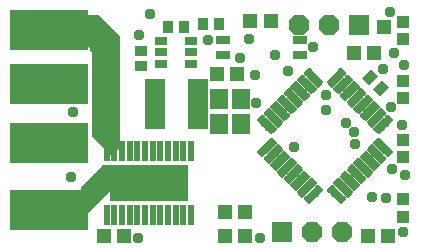
<source format=gbr>
G04 EAGLE Gerber RS-274X export*
G75*
%MOMM*%
%FSLAX34Y34*%
%LPD*%
%INSoldermask Top*%
%IPPOS*%
%AMOC8*
5,1,8,0,0,1.08239X$1,22.5*%
G01*
%ADD10R,1.203200X0.703200*%
%ADD11C,0.338938*%
%ADD12R,1.701800X4.191000*%
%ADD13R,1.099300X0.720400*%
%ADD14R,1.727200X1.727200*%
%ADD15P,1.869504X8X22.500000*%
%ADD16R,1.203200X1.303200*%
%ADD17R,1.003200X1.003200*%
%ADD18R,1.103200X0.903200*%
%ADD19R,0.903200X1.103200*%
%ADD20P,1.869504X8X202.500000*%
%ADD21R,6.654800X3.454400*%
%ADD22R,1.303200X1.203200*%
%ADD23R,1.203200X1.203200*%
%ADD24R,1.503200X1.703200*%
%ADD25R,0.558000X1.658100*%
%ADD26R,6.705600X3.073400*%
%ADD27C,0.959600*%

G36*
X104090Y83251D02*
X104090Y83251D01*
X104142Y83252D01*
X104210Y83277D01*
X104280Y83292D01*
X104324Y83319D01*
X104373Y83337D01*
X104429Y83382D01*
X104491Y83418D01*
X104525Y83458D01*
X104565Y83490D01*
X104604Y83551D01*
X104651Y83605D01*
X104670Y83653D01*
X104698Y83697D01*
X104716Y83767D01*
X104743Y83833D01*
X104751Y83905D01*
X104759Y83936D01*
X104757Y83959D01*
X104761Y84000D01*
X104761Y85685D01*
X110538Y91462D01*
X110591Y91536D01*
X110651Y91605D01*
X110663Y91635D01*
X110682Y91661D01*
X110709Y91748D01*
X110743Y91833D01*
X110747Y91874D01*
X110754Y91897D01*
X110753Y91929D01*
X110761Y92000D01*
X110761Y185000D01*
X110747Y185090D01*
X110739Y185181D01*
X110727Y185211D01*
X110722Y185243D01*
X110679Y185323D01*
X110643Y185407D01*
X110617Y185439D01*
X110606Y185460D01*
X110583Y185482D01*
X110538Y185538D01*
X93538Y202538D01*
X93464Y202591D01*
X93395Y202651D01*
X93365Y202663D01*
X93339Y202682D01*
X93252Y202709D01*
X93167Y202743D01*
X93126Y202747D01*
X93103Y202754D01*
X93071Y202753D01*
X93000Y202761D01*
X84000Y202761D01*
X83980Y202758D01*
X83961Y202760D01*
X83859Y202738D01*
X83757Y202722D01*
X83740Y202712D01*
X83720Y202708D01*
X83631Y202655D01*
X83540Y202606D01*
X83526Y202592D01*
X83509Y202582D01*
X83442Y202503D01*
X83371Y202428D01*
X83362Y202410D01*
X83349Y202395D01*
X83310Y202299D01*
X83267Y202205D01*
X83265Y202185D01*
X83257Y202167D01*
X83239Y202000D01*
X83239Y179315D01*
X82462Y178538D01*
X82450Y178522D01*
X82435Y178510D01*
X82378Y178422D01*
X82318Y178339D01*
X82312Y178320D01*
X82302Y178303D01*
X82276Y178202D01*
X82246Y178103D01*
X82246Y178084D01*
X82241Y178064D01*
X82250Y177961D01*
X82252Y177858D01*
X82259Y177839D01*
X82261Y177819D01*
X82301Y177724D01*
X82337Y177627D01*
X82349Y177611D01*
X82357Y177593D01*
X82462Y177462D01*
X85239Y174685D01*
X85239Y174000D01*
X85254Y173910D01*
X85261Y173819D01*
X85273Y173789D01*
X85279Y173757D01*
X85321Y173677D01*
X85357Y173593D01*
X85383Y173561D01*
X85394Y173540D01*
X85417Y173518D01*
X85462Y173462D01*
X87239Y171685D01*
X87239Y100000D01*
X87254Y99910D01*
X87261Y99819D01*
X87273Y99789D01*
X87279Y99757D01*
X87321Y99677D01*
X87357Y99593D01*
X87383Y99561D01*
X87394Y99540D01*
X87417Y99518D01*
X87424Y99509D01*
X87432Y99495D01*
X87441Y99488D01*
X87462Y99462D01*
X103462Y83462D01*
X103520Y83420D01*
X103572Y83371D01*
X103619Y83349D01*
X103661Y83318D01*
X103730Y83297D01*
X103795Y83267D01*
X103847Y83261D01*
X103897Y83246D01*
X103968Y83248D01*
X104039Y83240D01*
X104090Y83251D01*
G37*
G36*
X81110Y33255D02*
X81110Y33255D01*
X81181Y33261D01*
X81229Y33281D01*
X81280Y33292D01*
X81341Y33329D01*
X81407Y33357D01*
X81463Y33402D01*
X81491Y33418D01*
X81506Y33436D01*
X81538Y33462D01*
X111538Y63462D01*
X111591Y63536D01*
X111651Y63605D01*
X111663Y63635D01*
X111682Y63661D01*
X111709Y63748D01*
X111743Y63833D01*
X111747Y63874D01*
X111754Y63897D01*
X111753Y63929D01*
X111761Y64000D01*
X111761Y74000D01*
X111747Y74090D01*
X111739Y74181D01*
X111727Y74211D01*
X111722Y74243D01*
X111679Y74323D01*
X111643Y74407D01*
X111617Y74439D01*
X111606Y74460D01*
X111583Y74482D01*
X111538Y74538D01*
X110538Y75538D01*
X110464Y75591D01*
X110395Y75651D01*
X110365Y75663D01*
X110339Y75682D01*
X110252Y75709D01*
X110167Y75743D01*
X110126Y75747D01*
X110103Y75754D01*
X110071Y75753D01*
X110000Y75761D01*
X96000Y75761D01*
X95910Y75747D01*
X95819Y75739D01*
X95789Y75727D01*
X95757Y75722D01*
X95677Y75679D01*
X95593Y75643D01*
X95561Y75617D01*
X95540Y75606D01*
X95518Y75583D01*
X95462Y75538D01*
X77462Y57538D01*
X77409Y57464D01*
X77349Y57395D01*
X77337Y57365D01*
X77318Y57339D01*
X77291Y57252D01*
X77257Y57167D01*
X77253Y57126D01*
X77246Y57103D01*
X77247Y57071D01*
X77239Y57000D01*
X77239Y55000D01*
X77254Y54910D01*
X77261Y54819D01*
X77273Y54789D01*
X77279Y54757D01*
X77321Y54677D01*
X77357Y54593D01*
X77383Y54561D01*
X77394Y54540D01*
X77417Y54518D01*
X77462Y54462D01*
X80239Y51685D01*
X80239Y34000D01*
X80250Y33929D01*
X80252Y33858D01*
X80270Y33809D01*
X80279Y33757D01*
X80312Y33694D01*
X80337Y33627D01*
X80369Y33586D01*
X80394Y33540D01*
X80445Y33491D01*
X80490Y33435D01*
X80534Y33406D01*
X80572Y33371D01*
X80637Y33340D01*
X80697Y33302D01*
X80748Y33289D01*
X80795Y33267D01*
X80866Y33259D01*
X80936Y33241D01*
X80988Y33246D01*
X81039Y33240D01*
X81110Y33255D01*
G37*
D10*
X263000Y168850D03*
X263000Y181550D03*
X198200Y181550D03*
X198200Y168850D03*
D11*
X241486Y94554D02*
X231132Y84200D01*
X228202Y87130D01*
X238556Y97484D01*
X241486Y94554D01*
X234352Y87420D02*
X228492Y87420D01*
X231712Y90640D02*
X237572Y90640D01*
X234932Y93860D02*
X240792Y93860D01*
X238960Y97080D02*
X238152Y97080D01*
X247143Y88897D02*
X236789Y78543D01*
X233859Y81473D01*
X244213Y91827D01*
X247143Y88897D01*
X240009Y81763D02*
X234149Y81763D01*
X237369Y84983D02*
X243229Y84983D01*
X240589Y88203D02*
X246449Y88203D01*
X244617Y91423D02*
X243809Y91423D01*
X252800Y83240D02*
X242446Y72886D01*
X239516Y75816D01*
X249870Y86170D01*
X252800Y83240D01*
X245666Y76106D02*
X239806Y76106D01*
X243026Y79326D02*
X248886Y79326D01*
X246246Y82546D02*
X252106Y82546D01*
X250274Y85766D02*
X249466Y85766D01*
X258457Y77583D02*
X248103Y67229D01*
X245173Y70159D01*
X255527Y80513D01*
X258457Y77583D01*
X251323Y70449D02*
X245463Y70449D01*
X248683Y73669D02*
X254543Y73669D01*
X251903Y76889D02*
X257763Y76889D01*
X255931Y80109D02*
X255123Y80109D01*
X264113Y71927D02*
X253759Y61573D01*
X250829Y64503D01*
X261183Y74857D01*
X264113Y71927D01*
X256979Y64793D02*
X251119Y64793D01*
X254339Y68013D02*
X260199Y68013D01*
X257559Y71233D02*
X263419Y71233D01*
X261587Y74453D02*
X260779Y74453D01*
X269770Y66270D02*
X259416Y55916D01*
X256486Y58846D01*
X266840Y69200D01*
X269770Y66270D01*
X262636Y59136D02*
X256776Y59136D01*
X259996Y62356D02*
X265856Y62356D01*
X263216Y65576D02*
X269076Y65576D01*
X267244Y68796D02*
X266436Y68796D01*
X275427Y60613D02*
X265073Y50259D01*
X262143Y53189D01*
X272497Y63543D01*
X275427Y60613D01*
X268293Y53479D02*
X262433Y53479D01*
X265653Y56699D02*
X271513Y56699D01*
X268873Y59919D02*
X274733Y59919D01*
X272901Y63139D02*
X272093Y63139D01*
X281084Y54956D02*
X270730Y44602D01*
X267800Y47532D01*
X278154Y57886D01*
X281084Y54956D01*
X273950Y47822D02*
X268090Y47822D01*
X271310Y51042D02*
X277170Y51042D01*
X274530Y54262D02*
X280390Y54262D01*
X278558Y57482D02*
X277750Y57482D01*
X329844Y103716D02*
X340198Y114070D01*
X329844Y103716D02*
X326914Y106646D01*
X337268Y117000D01*
X340198Y114070D01*
X333064Y106936D02*
X327204Y106936D01*
X330424Y110156D02*
X336284Y110156D01*
X333644Y113376D02*
X339504Y113376D01*
X337672Y116596D02*
X336864Y116596D01*
X334541Y119727D02*
X324187Y109373D01*
X321257Y112303D01*
X331611Y122657D01*
X334541Y119727D01*
X327407Y112593D02*
X321547Y112593D01*
X324767Y115813D02*
X330627Y115813D01*
X327987Y119033D02*
X333847Y119033D01*
X332015Y122253D02*
X331207Y122253D01*
X328884Y125384D02*
X318530Y115030D01*
X315600Y117960D01*
X325954Y128314D01*
X328884Y125384D01*
X321750Y118250D02*
X315890Y118250D01*
X319110Y121470D02*
X324970Y121470D01*
X322330Y124690D02*
X328190Y124690D01*
X326358Y127910D02*
X325550Y127910D01*
X323227Y131041D02*
X312873Y120687D01*
X309943Y123617D01*
X320297Y133971D01*
X323227Y131041D01*
X316093Y123907D02*
X310233Y123907D01*
X313453Y127127D02*
X319313Y127127D01*
X316673Y130347D02*
X322533Y130347D01*
X320701Y133567D02*
X319893Y133567D01*
X317571Y136697D02*
X307217Y126343D01*
X304287Y129273D01*
X314641Y139627D01*
X317571Y136697D01*
X310437Y129563D02*
X304577Y129563D01*
X307797Y132783D02*
X313657Y132783D01*
X311017Y136003D02*
X316877Y136003D01*
X315045Y139223D02*
X314237Y139223D01*
X311914Y142354D02*
X301560Y132000D01*
X298630Y134930D01*
X308984Y145284D01*
X311914Y142354D01*
X304780Y135220D02*
X298920Y135220D01*
X302140Y138440D02*
X308000Y138440D01*
X305360Y141660D02*
X311220Y141660D01*
X309388Y144880D02*
X308580Y144880D01*
X306257Y148011D02*
X295903Y137657D01*
X292973Y140587D01*
X303327Y150941D01*
X306257Y148011D01*
X299123Y140877D02*
X293263Y140877D01*
X296483Y144097D02*
X302343Y144097D01*
X299703Y147317D02*
X305563Y147317D01*
X303731Y150537D02*
X302923Y150537D01*
X300600Y153668D02*
X290246Y143314D01*
X287316Y146244D01*
X297670Y156598D01*
X300600Y153668D01*
X293466Y146534D02*
X287606Y146534D01*
X290826Y149754D02*
X296686Y149754D01*
X294046Y152974D02*
X299906Y152974D01*
X298074Y156194D02*
X297266Y156194D01*
X278154Y143314D02*
X267800Y153668D01*
X270730Y156598D01*
X281084Y146244D01*
X278154Y143314D01*
X280794Y146534D02*
X274934Y146534D01*
X277574Y149754D02*
X271714Y149754D01*
X274354Y152974D02*
X268494Y152974D01*
X270326Y156194D02*
X271134Y156194D01*
X262143Y148011D02*
X272497Y137657D01*
X262143Y148011D02*
X265073Y150941D01*
X275427Y140587D01*
X272497Y137657D01*
X275137Y140877D02*
X269277Y140877D01*
X271917Y144097D02*
X266057Y144097D01*
X268697Y147317D02*
X262837Y147317D01*
X264669Y150537D02*
X265477Y150537D01*
X256486Y142354D02*
X266840Y132000D01*
X256486Y142354D02*
X259416Y145284D01*
X269770Y134930D01*
X266840Y132000D01*
X269480Y135220D02*
X263620Y135220D01*
X266260Y138440D02*
X260400Y138440D01*
X263040Y141660D02*
X257180Y141660D01*
X259012Y144880D02*
X259820Y144880D01*
X250829Y136697D02*
X261183Y126343D01*
X250829Y136697D02*
X253759Y139627D01*
X264113Y129273D01*
X261183Y126343D01*
X263823Y129563D02*
X257963Y129563D01*
X260603Y132783D02*
X254743Y132783D01*
X257383Y136003D02*
X251523Y136003D01*
X253355Y139223D02*
X254163Y139223D01*
X245173Y131041D02*
X255527Y120687D01*
X245173Y131041D02*
X248103Y133971D01*
X258457Y123617D01*
X255527Y120687D01*
X258167Y123907D02*
X252307Y123907D01*
X254947Y127127D02*
X249087Y127127D01*
X251727Y130347D02*
X245867Y130347D01*
X247699Y133567D02*
X248507Y133567D01*
X239516Y125384D02*
X249870Y115030D01*
X239516Y125384D02*
X242446Y128314D01*
X252800Y117960D01*
X249870Y115030D01*
X252510Y118250D02*
X246650Y118250D01*
X249290Y121470D02*
X243430Y121470D01*
X246070Y124690D02*
X240210Y124690D01*
X242042Y127910D02*
X242850Y127910D01*
X233859Y119727D02*
X244213Y109373D01*
X233859Y119727D02*
X236789Y122657D01*
X247143Y112303D01*
X244213Y109373D01*
X246853Y112593D02*
X240993Y112593D01*
X243633Y115813D02*
X237773Y115813D01*
X240413Y119033D02*
X234553Y119033D01*
X236385Y122253D02*
X237193Y122253D01*
X228202Y114070D02*
X238556Y103716D01*
X228202Y114070D02*
X231132Y117000D01*
X241486Y106646D01*
X238556Y103716D01*
X241196Y106936D02*
X235336Y106936D01*
X237976Y110156D02*
X232116Y110156D01*
X234756Y113376D02*
X228896Y113376D01*
X230728Y116596D02*
X231536Y116596D01*
X287316Y54956D02*
X297670Y44602D01*
X287316Y54956D02*
X290246Y57886D01*
X300600Y47532D01*
X297670Y44602D01*
X300310Y47822D02*
X294450Y47822D01*
X297090Y51042D02*
X291230Y51042D01*
X293870Y54262D02*
X288010Y54262D01*
X289842Y57482D02*
X290650Y57482D01*
X292973Y60613D02*
X303327Y50259D01*
X292973Y60613D02*
X295903Y63543D01*
X306257Y53189D01*
X303327Y50259D01*
X305967Y53479D02*
X300107Y53479D01*
X302747Y56699D02*
X296887Y56699D01*
X299527Y59919D02*
X293667Y59919D01*
X295499Y63139D02*
X296307Y63139D01*
X298630Y66270D02*
X308984Y55916D01*
X298630Y66270D02*
X301560Y69200D01*
X311914Y58846D01*
X308984Y55916D01*
X311624Y59136D02*
X305764Y59136D01*
X308404Y62356D02*
X302544Y62356D01*
X305184Y65576D02*
X299324Y65576D01*
X301156Y68796D02*
X301964Y68796D01*
X304287Y71927D02*
X314641Y61573D01*
X304287Y71927D02*
X307217Y74857D01*
X317571Y64503D01*
X314641Y61573D01*
X317281Y64793D02*
X311421Y64793D01*
X314061Y68013D02*
X308201Y68013D01*
X310841Y71233D02*
X304981Y71233D01*
X306813Y74453D02*
X307621Y74453D01*
X309943Y77583D02*
X320297Y67229D01*
X309943Y77583D02*
X312873Y80513D01*
X323227Y70159D01*
X320297Y67229D01*
X322937Y70449D02*
X317077Y70449D01*
X319717Y73669D02*
X313857Y73669D01*
X316497Y76889D02*
X310637Y76889D01*
X312469Y80109D02*
X313277Y80109D01*
X315600Y83240D02*
X325954Y72886D01*
X315600Y83240D02*
X318530Y86170D01*
X328884Y75816D01*
X325954Y72886D01*
X328594Y76106D02*
X322734Y76106D01*
X325374Y79326D02*
X319514Y79326D01*
X322154Y82546D02*
X316294Y82546D01*
X318126Y85766D02*
X318934Y85766D01*
X321257Y88897D02*
X331611Y78543D01*
X321257Y88897D02*
X324187Y91827D01*
X334541Y81473D01*
X331611Y78543D01*
X334251Y81763D02*
X328391Y81763D01*
X331031Y84983D02*
X325171Y84983D01*
X327811Y88203D02*
X321951Y88203D01*
X323783Y91423D02*
X324591Y91423D01*
X326914Y94554D02*
X337268Y84200D01*
X326914Y94554D02*
X329844Y97484D01*
X340198Y87130D01*
X337268Y84200D01*
X339908Y87420D02*
X334048Y87420D01*
X336688Y90640D02*
X330828Y90640D01*
X333468Y93860D02*
X327608Y93860D01*
X329440Y97080D02*
X330248Y97080D01*
D12*
X176400Y127700D03*
X140400Y127700D03*
D13*
X171090Y162000D03*
X171090Y171500D03*
X171090Y181000D03*
X145111Y181000D03*
X145111Y171500D03*
X145111Y162000D03*
D14*
X247700Y19400D03*
D15*
X273100Y19400D03*
X298500Y19400D03*
D16*
X209900Y153000D03*
X192900Y153000D03*
X320500Y16400D03*
X337500Y16400D03*
X221100Y197800D03*
X238100Y197800D03*
D17*
X350000Y197500D03*
X350000Y182500D03*
X350000Y147500D03*
X350000Y132500D03*
X350000Y97500D03*
X350000Y82500D03*
X350000Y47500D03*
X350000Y32500D03*
D18*
X128000Y173000D03*
X128000Y160000D03*
D16*
X325700Y171200D03*
X308700Y171200D03*
D19*
X181100Y195400D03*
X194100Y195400D03*
D16*
X199400Y15800D03*
X216400Y15800D03*
X199400Y36500D03*
X216400Y36500D03*
D14*
X312800Y194800D03*
D20*
X287400Y194800D03*
X262000Y194800D03*
D21*
X50800Y38100D03*
X50800Y94900D03*
X50800Y190500D03*
X50800Y144700D03*
D19*
X151500Y193000D03*
X164500Y193000D03*
D22*
X114000Y16000D03*
X97000Y16000D03*
D23*
X334000Y193000D03*
D24*
X194500Y132000D03*
X213500Y132000D03*
X194500Y111000D03*
X213500Y111000D03*
D19*
G36*
X321697Y143503D02*
X315311Y149889D01*
X323111Y157689D01*
X329497Y151303D01*
X321697Y143503D01*
G37*
G36*
X330889Y134311D02*
X324503Y140697D01*
X332303Y148497D01*
X338689Y142111D01*
X330889Y134311D01*
G37*
D25*
X99250Y33787D03*
X105750Y33787D03*
X112250Y33787D03*
X118750Y33787D03*
X125250Y33787D03*
X131750Y33787D03*
X138250Y33787D03*
X144750Y33787D03*
X151250Y33787D03*
X157750Y33787D03*
X164250Y33787D03*
X170750Y33787D03*
X170750Y88213D03*
X164250Y88213D03*
X157750Y88213D03*
X151250Y88213D03*
X144750Y88213D03*
X138250Y88213D03*
X131750Y88213D03*
X125250Y88213D03*
X118750Y88213D03*
X112250Y88213D03*
X105750Y88213D03*
X99250Y88213D03*
D26*
X135000Y61000D03*
D27*
X253000Y156000D03*
X274000Y176000D03*
X71000Y121000D03*
X127000Y186000D03*
X324000Y49000D03*
X333000Y157000D03*
X126000Y14000D03*
X136000Y204000D03*
X285000Y135000D03*
X352000Y68000D03*
X349000Y110000D03*
X351000Y161000D03*
X339000Y206058D03*
X350000Y19000D03*
X69000Y66000D03*
X212000Y167000D03*
X185058Y182154D03*
X220000Y183000D03*
X242000Y169000D03*
X225000Y152000D03*
X285000Y123000D03*
X343000Y171000D03*
X302000Y112000D03*
X340000Y125000D03*
X309000Y104000D03*
X341000Y73000D03*
X310000Y94000D03*
X336000Y48000D03*
X258000Y91000D03*
X226000Y129000D03*
X229000Y14000D03*
M02*

</source>
